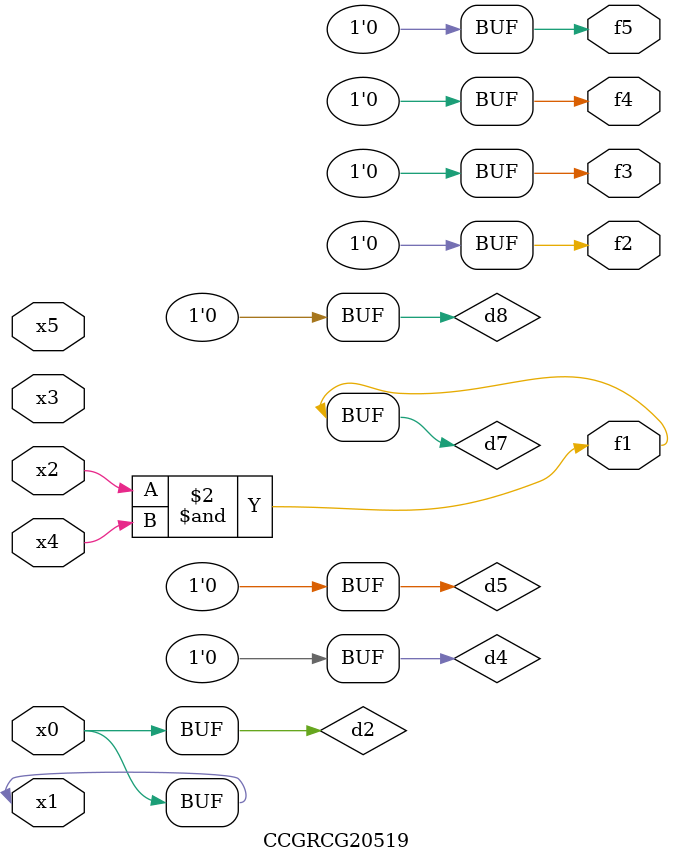
<source format=v>
module CCGRCG20519(
	input x0, x1, x2, x3, x4, x5,
	output f1, f2, f3, f4, f5
);

	wire d1, d2, d3, d4, d5, d6, d7, d8, d9;

	nand (d1, x1);
	buf (d2, x0, x1);
	nand (d3, x2, x4);
	and (d4, d1, d2);
	and (d5, d1, d2);
	nand (d6, d1, d3);
	not (d7, d3);
	xor (d8, d5);
	nor (d9, d5, d6);
	assign f1 = d7;
	assign f2 = d8;
	assign f3 = d8;
	assign f4 = d8;
	assign f5 = d8;
endmodule

</source>
